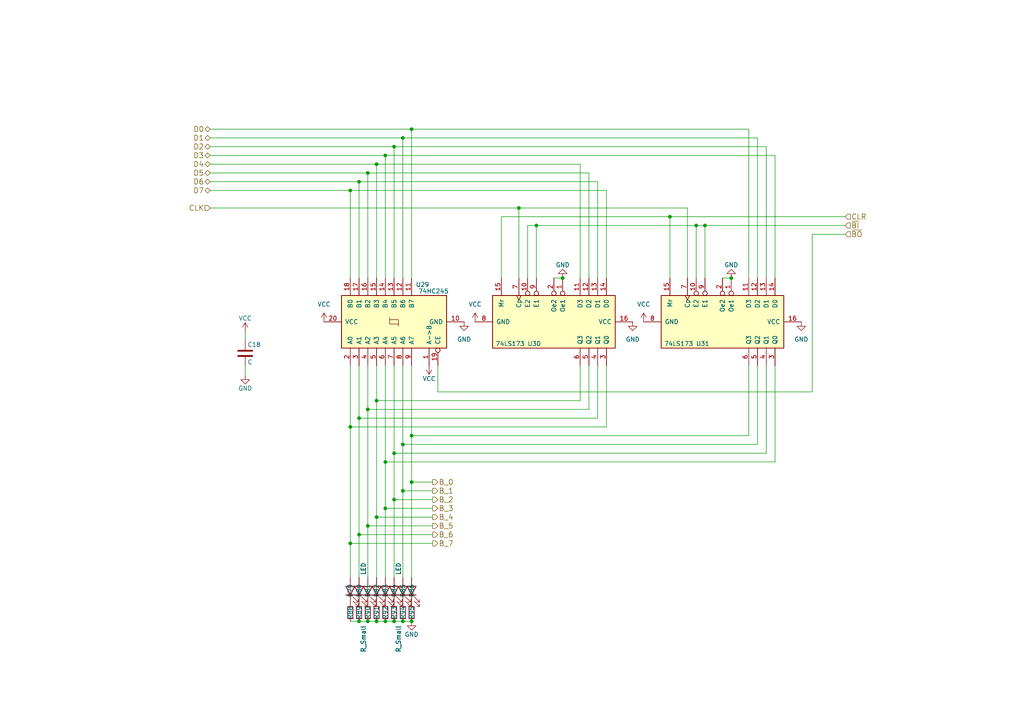
<source format=kicad_sch>
(kicad_sch (version 20230121) (generator eeschema)
  (paper "A4")
  (lib_symbols
    (symbol "74xx:74HC245" (pin_names (offset 1.016))
      (property "Reference" "U" (at -7.62 16.51 0))
      (property "Value" "74HC245" (at -7.62 -16.51 0))
      (symbol "74HC245_1_0"
        (polyline (pts (xy -0.635 -1.27) (xy -0.635 1.27) (xy 0.635 1.27)))
        (polyline (pts (xy -1.27 -1.27) (xy 0.635 -1.27) (xy 0.635 1.27) (xy 1.27 1.27)))
        (pin input line (at -12.7 -10.16 0) (length 5.08) (name "A->B") (number "1"))
        (pin power_in line (at 0 -20.32 90) (length 5.08) (name "GND") (number "10"))
        (pin tri_state line (at 12.7 -5.08 180) (length 5.08) (name "B7") (number "11"))
        (pin tri_state line (at 12.7 -2.54 180) (length 5.08) (name "B6") (number "12"))
        (pin tri_state line (at 12.7 0 180) (length 5.08) (name "B5") (number "13"))
        (pin tri_state line (at 12.7 2.54 180) (length 5.08) (name "B4") (number "14"))
        (pin tri_state line (at 12.7 5.08 180) (length 5.08) (name "B3") (number "15"))
        (pin tri_state line (at 12.7 7.62 180) (length 5.08) (name "B2") (number "16"))
        (pin tri_state line (at 12.7 10.16 180) (length 5.08) (name "B1") (number "17"))
        (pin tri_state line (at 12.7 12.7 180) (length 5.08) (name "B0") (number "18"))
        (pin input inverted (at -12.7 -12.7 0) (length 5.08) (name "CE") (number "19"))
        (pin tri_state line (at -12.7 12.7 0) (length 5.08) (name "A0") (number "2"))
        (pin power_in line (at 0 20.32 270) (length 5.08) (name "VCC") (number "20"))
        (pin tri_state line (at -12.7 10.16 0) (length 5.08) (name "A1") (number "3"))
        (pin tri_state line (at -12.7 7.62 0) (length 5.08) (name "A2") (number "4"))
        (pin tri_state line (at -12.7 5.08 0) (length 5.08) (name "A3") (number "5"))
        (pin tri_state line (at -12.7 2.54 0) (length 5.08) (name "A4") (number "6"))
        (pin tri_state line (at -12.7 0 0) (length 5.08) (name "A5") (number "7"))
        (pin tri_state line (at -12.7 -2.54 0) (length 5.08) (name "A6") (number "8"))
        (pin tri_state line (at -12.7 -5.08 0) (length 5.08) (name "A7") (number "9"))
      )
      (symbol "74HC245_1_1"
        (rectangle (start -7.62 15.24) (end 7.62 -15.24) (stroke (width 0.254)) (fill (type background)))
      )
    )
    (symbol "74xx:74LS173" (pin_names (offset 1.016))
      (property "Reference" "U" (at -7.62 19.05 0))
      (property "Value" "74LS173" (at -7.62 -19.05 0))
      (symbol "74LS173_1_0"
        (pin input inverted (at -12.7 2.54 0) (length 5.08) (name "Oe1") (number "1"))
        (pin input inverted (at -12.7 -7.62 0) (length 5.08) (name "E2") (number "10"))
        (pin input line (at -12.7 7.62 0) (length 5.08) (name "D3") (number "11"))
        (pin input line (at -12.7 10.16 0) (length 5.08) (name "D2") (number "12"))
        (pin input line (at -12.7 12.7 0) (length 5.08) (name "D1") (number "13"))
        (pin input line (at -12.7 15.24 0) (length 5.08) (name "D0") (number "14"))
        (pin input line (at -12.7 -15.24 0) (length 5.08) (name "Mr") (number "15"))
        (pin power_in line (at 0 22.86 270) (length 5.08) (name "VCC") (number "16"))
        (pin input inverted (at -12.7 0 0) (length 5.08) (name "Oe2") (number "2"))
        (pin tri_state line (at 12.7 15.24 180) (length 5.08) (name "Q0") (number "3"))
        (pin tri_state line (at 12.7 12.7 180) (length 5.08) (name "Q1") (number "4"))
        (pin tri_state line (at 12.7 10.16 180) (length 5.08) (name "Q2") (number "5"))
        (pin tri_state line (at 12.7 7.62 180) (length 5.08) (name "Q3") (number "6"))
        (pin input clock (at -12.7 -10.16 0) (length 5.08) (name "Cp") (number "7"))
        (pin power_in line (at 0 -22.86 90) (length 5.08) (name "GND") (number "8"))
        (pin input inverted (at -12.7 -5.08 0) (length 5.08) (name "E1") (number "9"))
      )
      (symbol "74LS173_1_1"
        (rectangle (start -7.62 17.78) (end 7.62 -17.78) (stroke (width 0.254)) (fill (type background)))
      )
    )
    (symbol "Device:C" (pin_numbers hide) (pin_names (offset 0.254))
      (property "Reference" "C" (at 0.635 2.54 0))
      (property "Value" "C" (at 0.635 -2.54 0))
      (symbol "C_0_1"
        (polyline (pts (xy -2.032 -0.762) (xy 2.032 -0.762)) (stroke (width 0.508)))
        (polyline (pts (xy -2.032 0.762) (xy 2.032 0.762)) (stroke (width 0.508)))
      )
      (symbol "C_1_1"
        (pin passive line (at 0 3.81 270) (length 2.794) (name "~") (number "1"))
        (pin passive line (at 0 -3.81 90) (length 2.794) (name "~") (number "2"))
      )
    )
    (symbol "Device:LED" (pin_numbers hide) (pin_names (offset 1.016) hide)
      (property "Reference" "D" (at 0 2.54 0))
      (property "Value" "LED" (at 0 -2.54 0))
      (symbol "LED_0_1"
        (polyline (pts (xy -1.27 -1.27) (xy -1.27 1.27)) (stroke (width 0.254)))
        (polyline (pts (xy -1.27 0) (xy 1.27 0)))
        (polyline (pts (xy 1.27 -1.27) (xy 1.27 1.27) (xy -1.27 0) (xy 1.27 -1.27)) (stroke (width 0.254)))
        (polyline (pts (xy -3.048 -0.762) (xy -4.572 -2.286) (xy -3.81 -2.286) (xy -4.572 -2.286) (xy -4.572 -1.524)))
        (polyline (pts (xy -1.778 -0.762) (xy -3.302 -2.286) (xy -2.54 -2.286) (xy -3.302 -2.286) (xy -3.302 -1.524)))
      )
      (symbol "LED_1_1"
        (pin passive line (at -3.81 0 0) (length 2.54) (name "K") (number "1"))
        (pin passive line (at 3.81 0 180) (length 2.54) (name "A") (number "2"))
      )
    )
    (symbol "Device:R_Small" (pin_numbers hide) (pin_names (offset 0.254) hide)
      (property "Reference" "R" (at 0.762 0.508 0))
      (property "Value" "R_Small" (at 0.762 -1.016 0))
      (symbol "R_Small_0_1"
        (rectangle (start -0.762 1.778) (end 0.762 -1.778) (stroke (width 0.2032)))
      )
      (symbol "R_Small_1_1"
        (pin passive line (at 0 2.54 270) (length 0.762) (name "~") (number "1"))
        (pin passive line (at 0 -2.54 90) (length 0.762) (name "~") (number "2"))
      )
    )
    (symbol "power:GND" (power) (pin_names (offset 0))
      (property "Value" "GND" (at 0 -3.81 0))
      (symbol "GND_0_1"
        (polyline (pts (xy 0 0) (xy 0 -1.27) (xy 1.27 -1.27) (xy 0 -2.54) (xy -1.27 -1.27) (xy 0 -1.27)))
      )
      (symbol "GND_1_1"
        (pin power_in line (at 0 0 270) (length 0) hide (name "GND") (number "1"))
      )
    )
    (symbol "power:VCC" (power) (pin_names (offset 0))
      (property "Value" "VCC" (at 0 3.81 0))
      (symbol "VCC_0_1"
        (polyline (pts (xy -0.762 1.27) (xy 0 2.54)))
        (polyline (pts (xy 0 0) (xy 0 2.54)))
        (polyline (pts (xy 0 2.54) (xy 0.762 1.27)))
      )
      (symbol "VCC_1_1"
        (pin power_in line (at 0 0 90) (length 0) hide (name "VCC") (number "1"))
      )
    )
  )
  (junction (at 109.22 149.987))
  (junction (at 114.3 144.907))
  (junction (at 212.09 80.645))
  (junction (at 119.38 37.465))
  (junction (at 101.6 123.825))
  (junction (at 201.93 65.405))
  (junction (at 116.84 128.905))
  (junction (at 116.84 40.005))
  (junction (at 104.14 155.067))
  (junction (at 104.14 180.213))
  (junction (at 106.68 118.745))
  (junction (at 119.38 139.827))
  (junction (at 116.84 142.367))
  (junction (at 106.68 180.213))
  (junction (at 111.76 45.085))
  (junction (at 101.6 55.245))
  (junction (at 106.68 152.527))
  (junction (at 163.195 80.645))
  (junction (at 104.14 121.285))
  (junction (at 111.76 180.213))
  (junction (at 150.495 60.325))
  (junction (at 101.6 157.607))
  (junction (at 106.68 50.165))
  (junction (at 111.76 147.447))
  (junction (at 119.38 126.365))
  (junction (at 111.76 133.985))
  (junction (at 109.22 116.205))
  (junction (at 119.38 180.213))
  (junction (at 194.31 62.865))
  (junction (at 116.84 180.213))
  (junction (at 104.14 52.705))
  (junction (at 109.22 180.213))
  (junction (at 204.47 65.405))
  (junction (at 114.3 180.213))
  (junction (at 114.3 42.545))
  (junction (at 114.3 131.445))
  (junction (at 155.575 65.405))
  (junction (at 109.22 47.625))
  (wire (pts (xy 222.25 42.545) (xy 222.25 80.645)))
  (wire (pts (xy 235.585 67.945) (xy 235.585 113.665)))
  (wire (pts (xy 173.355 121.285) (xy 173.355 106.045)))
  (wire (pts (xy 101.6 157.607) (xy 101.6 167.513)))
  (wire (pts (xy 111.76 180.213) (xy 109.22 180.213)))
  (wire (pts (xy 109.22 116.205) (xy 109.22 149.987)))
  (wire (pts (xy 109.22 180.213) (xy 106.68 180.213)))
  (wire (pts (xy 155.575 65.405) (xy 201.93 65.405)))
  (wire (pts (xy 60.96 52.705) (xy 104.14 52.705)))
  (wire (pts (xy 125.476 152.527) (xy 106.68 152.527)))
  (wire (pts (xy 168.275 116.205) (xy 168.275 106.045)))
  (wire (pts (xy 109.22 106.045) (xy 109.22 116.205)))
  (wire (pts (xy 217.17 126.365) (xy 217.17 106.045)))
  (wire (pts (xy 114.3 131.445) (xy 114.3 144.907)))
  (wire (pts (xy 114.3 42.545) (xy 222.25 42.545)))
  (wire (pts (xy 168.275 47.625) (xy 168.275 80.645)))
  (wire (pts (xy 116.84 128.905) (xy 219.71 128.905)))
  (wire (pts (xy 106.68 50.165) (xy 106.68 80.645)))
  (wire (pts (xy 104.14 52.705) (xy 104.14 80.645)))
  (wire (pts (xy 145.415 62.865) (xy 194.31 62.865)))
  (wire (pts (xy 109.22 149.987) (xy 109.22 167.513)))
  (wire (pts (xy 125.476 155.067) (xy 104.14 155.067)))
  (wire (pts (xy 109.22 47.625) (xy 168.275 47.625)))
  (wire (pts (xy 114.3 106.045) (xy 114.3 131.445)))
  (wire (pts (xy 204.47 65.405) (xy 204.47 80.645)))
  (wire (pts (xy 111.76 45.085) (xy 111.76 80.645)))
  (wire (pts (xy 175.895 123.825) (xy 175.895 106.045)))
  (wire (pts (xy 194.31 62.865) (xy 194.31 80.645)))
  (wire (pts (xy 101.6 55.245) (xy 101.6 80.645)))
  (wire (pts (xy 224.79 133.985) (xy 224.79 106.045)))
  (wire (pts (xy 201.93 65.405) (xy 204.47 65.405)))
  (wire (pts (xy 119.38 106.045) (xy 119.38 126.365)))
  (wire (pts (xy 155.575 65.405) (xy 155.575 80.645)))
  (wire (pts (xy 106.68 106.045) (xy 106.68 118.745)))
  (wire (pts (xy 114.3 144.907) (xy 125.476 144.907)))
  (wire (pts (xy 109.22 116.205) (xy 168.275 116.205)))
  (wire (pts (xy 153.035 65.405) (xy 155.575 65.405)))
  (wire (pts (xy 116.84 180.213) (xy 114.3 180.213)))
  (wire (pts (xy 60.96 37.465) (xy 119.38 37.465)))
  (wire (pts (xy 199.39 60.325) (xy 199.39 80.645)))
  (wire (pts (xy 111.76 147.447) (xy 111.76 167.513)))
  (wire (pts (xy 101.6 123.825) (xy 101.6 157.607)))
  (wire (pts (xy 106.68 118.745) (xy 170.815 118.745)))
  (wire (pts (xy 71.12 108.839) (xy 71.12 106.299)))
  (wire (pts (xy 119.38 180.213) (xy 116.84 180.213)))
  (wire (pts (xy 224.79 45.085) (xy 224.79 80.645)))
  (wire (pts (xy 114.3 180.213) (xy 111.76 180.213)))
  (wire (pts (xy 119.38 139.827) (xy 119.38 167.513)))
  (wire (pts (xy 60.96 40.005) (xy 116.84 40.005)))
  (wire (pts (xy 204.47 65.405) (xy 245.11 65.405)))
  (wire (pts (xy 104.14 155.067) (xy 104.14 167.513)))
  (wire (pts (xy 106.68 180.213) (xy 104.14 180.213)))
  (wire (pts (xy 116.84 142.367) (xy 116.84 167.513)))
  (wire (pts (xy 170.815 50.165) (xy 170.815 80.645)))
  (wire (pts (xy 201.93 65.405) (xy 201.93 80.645)))
  (wire (pts (xy 101.6 106.045) (xy 101.6 123.825)))
  (wire (pts (xy 119.38 37.465) (xy 119.38 80.645)))
  (wire (pts (xy 111.76 45.085) (xy 224.79 45.085)))
  (wire (pts (xy 106.68 50.165) (xy 170.815 50.165)))
  (wire (pts (xy 219.71 40.005) (xy 219.71 80.645)))
  (wire (pts (xy 175.895 55.245) (xy 175.895 80.645)))
  (wire (pts (xy 222.25 131.445) (xy 222.25 106.045)))
  (wire (pts (xy 127 106.045) (xy 127 113.665)))
  (wire (pts (xy 71.12 98.679) (xy 71.12 96.139)))
  (wire (pts (xy 114.3 42.545) (xy 114.3 80.645)))
  (wire (pts (xy 125.476 142.367) (xy 116.84 142.367)))
  (wire (pts (xy 116.84 128.905) (xy 116.84 142.367)))
  (wire (pts (xy 127 113.665) (xy 235.585 113.665)))
  (wire (pts (xy 160.655 80.645) (xy 163.195 80.645)))
  (wire (pts (xy 104.14 121.285) (xy 173.355 121.285)))
  (wire (pts (xy 116.84 106.045) (xy 116.84 128.905)))
  (wire (pts (xy 145.415 80.645) (xy 145.415 62.865)))
  (wire (pts (xy 60.96 42.545) (xy 114.3 42.545)))
  (wire (pts (xy 60.96 55.245) (xy 101.6 55.245)))
  (wire (pts (xy 111.76 133.985) (xy 111.76 147.447)))
  (wire (pts (xy 116.84 40.005) (xy 219.71 40.005)))
  (wire (pts (xy 150.495 60.325) (xy 199.39 60.325)))
  (wire (pts (xy 116.84 40.005) (xy 116.84 80.645)))
  (wire (pts (xy 60.96 60.325) (xy 150.495 60.325)))
  (wire (pts (xy 101.6 157.607) (xy 125.476 157.607)))
  (wire (pts (xy 60.96 47.625) (xy 109.22 47.625)))
  (wire (pts (xy 114.3 144.907) (xy 114.3 167.513)))
  (wire (pts (xy 106.68 118.745) (xy 106.68 152.527)))
  (wire (pts (xy 245.11 67.945) (xy 235.585 67.945)))
  (wire (pts (xy 60.96 50.165) (xy 106.68 50.165)))
  (wire (pts (xy 60.96 45.085) (xy 111.76 45.085)))
  (wire (pts (xy 104.14 121.285) (xy 104.14 155.067)))
  (wire (pts (xy 209.55 80.645) (xy 212.09 80.645)))
  (wire (pts (xy 119.38 126.365) (xy 119.38 139.827)))
  (wire (pts (xy 106.68 152.527) (xy 106.68 167.513)))
  (wire (pts (xy 170.815 118.745) (xy 170.815 106.045)))
  (wire (pts (xy 111.76 106.045) (xy 111.76 133.985)))
  (wire (pts (xy 101.6 55.245) (xy 175.895 55.245)))
  (wire (pts (xy 219.71 128.905) (xy 219.71 106.045)))
  (wire (pts (xy 104.14 180.213) (xy 101.6 180.213)))
  (wire (pts (xy 111.76 133.985) (xy 224.79 133.985)))
  (wire (pts (xy 119.38 139.827) (xy 125.476 139.827)))
  (wire (pts (xy 217.17 37.465) (xy 217.17 80.645)))
  (wire (pts (xy 109.22 47.625) (xy 109.22 80.645)))
  (wire (pts (xy 125.476 149.987) (xy 109.22 149.987)))
  (wire (pts (xy 125.476 147.447) (xy 111.76 147.447)))
  (wire (pts (xy 104.14 106.045) (xy 104.14 121.285)))
  (wire (pts (xy 119.38 126.365) (xy 217.17 126.365)))
  (wire (pts (xy 153.035 65.405) (xy 153.035 80.645)))
  (wire (pts (xy 194.31 62.865) (xy 245.11 62.865)))
  (wire (pts (xy 101.6 123.825) (xy 175.895 123.825)))
  (wire (pts (xy 114.3 131.445) (xy 222.25 131.445)))
  (wire (pts (xy 104.14 52.705) (xy 173.355 52.705)))
  (wire (pts (xy 119.38 37.465) (xy 217.17 37.465)))
  (wire (pts (xy 150.495 60.325) (xy 150.495 80.645)))
  (wire (pts (xy 173.355 52.705) (xy 173.355 80.645)))
  (hierarchical_label "D2" (shape tri_state) (at 60.96 42.545 180) (effects (font (size 1.524 1.524))))
  (hierarchical_label "D4" (shape tri_state) (at 60.96 47.625 180) (effects (font (size 1.524 1.524))))
  (hierarchical_label "D1" (shape tri_state) (at 60.96 40.005 180) (effects (font (size 1.524 1.524))))
  (hierarchical_label "B_5" (shape output) (at 125.476 152.527 0) (effects (font (size 1.524 1.524))))
  (hierarchical_label "~{BO}" (shape input) (at 245.11 67.945 0) (effects (font (size 1.524 1.524))))
  (hierarchical_label "B_4" (shape output) (at 125.476 149.987 0) (effects (font (size 1.524 1.524))))
  (hierarchical_label "B_1" (shape output) (at 125.476 142.367 0) (effects (font (size 1.524 1.524))))
  (hierarchical_label "D0" (shape tri_state) (at 60.96 37.465 180) (effects (font (size 1.524 1.524))))
  (hierarchical_label "B_7" (shape output) (at 125.476 157.607 0) (effects (font (size 1.524 1.524))))
  (hierarchical_label "D3" (shape tri_state) (at 60.96 45.085 180) (effects (font (size 1.524 1.524))))
  (hierarchical_label "D5" (shape tri_state) (at 60.96 50.165 180) (effects (font (size 1.524 1.524))))
  (hierarchical_label "B_6" (shape output) (at 125.476 155.067 0) (effects (font (size 1.524 1.524))))
  (hierarchical_label "~{BI}" (shape input) (at 245.11 65.405 0) (effects (font (size 1.524 1.524))))
  (hierarchical_label "CLR" (shape input) (at 245.11 62.865 0) (effects (font (size 1.524 1.524))))
  (hierarchical_label "B_3" (shape output) (at 125.476 147.447 0) (effects (font (size 1.524 1.524))))
  (hierarchical_label "D7" (shape tri_state) (at 60.96 55.245 180) (effects (font (size 1.524 1.524))))
  (hierarchical_label "B_0" (shape output) (at 125.476 139.827 0) (effects (font (size 1.524 1.524))))
  (hierarchical_label "D6" (shape tri_state) (at 60.96 52.705 180) (effects (font (size 1.524 1.524))))
  (hierarchical_label "B_2" (shape output) (at 125.476 144.907 0) (effects (font (size 1.524 1.524))))
  (hierarchical_label "CLK" (shape input) (at 60.96 60.325 180) (effects (font (size 1.524 1.524))))
  (symbol (lib_id "Device:C") (at 71.12 102.489 0) (unit 1)
    (property "Reference" "C18" (at 71.755 99.949 0) (effects (justify left)))
    (property "Value" "C" (at 71.755 105.029 0) (effects (justify left)))
    (property "Footprint" "Capacitor_THT:C_Disc_D4.3mm_W1.9mm_P5.00mm" (effects hide))
  )
  (symbol (lib_id "power:VCC") (at 71.12 96.139 0) (unit 1)
    (property "Reference" "#PWR096" (effects hide))
    (property "Value" "VCC" (at 71.12 92.329 0))
  )
  (symbol (lib_id "power:GND") (at 71.12 108.839 0) (unit 1)
    (property "Reference" "#PWR097" (effects hide))
    (property "Value" "GND" (at 71.12 112.649 0))
  )
  (symbol (lib_id "Device:LED") (at 104.14 171.323 90) (unit 1)
    (property "Reference" "D80" (at 104.14 171.323 0))
    (property "Value" "LED" (at 105.41 164.973 0))
  )
  (symbol (lib_id "74xx:74HC245") (at 114.3 93.345 90) (unit 1)
    (property "Reference" "U29" (at 122.555 82.55 90))
    (property "Value" "74HC245" (at 125.73 84.455 90))
    (property "Datasheet" "http://www.ti.com/lit/gpn/sn74HC245" (effects hide))
  )
  (symbol (lib_id "Device:LED") (at 106.68 171.323 90) (unit 1)
    (property "Reference" "D81" (at 106.68 171.323 0))
    (property "Value" "LED" (at 105.41 164.973 0))
  )
  (symbol (lib_id "power:VCC") (at 93.98 93.345 0) (unit 1)
    (property "Reference" "#PWR098" (effects hide))
    (property "Value" "VCC" (at 93.98 88.265 0))
  )
  (symbol (lib_id "power:GND") (at 134.62 93.345 0) (unit 1)
    (property "Reference" "#PWR0101" (effects hide))
    (property "Value" "GND" (at 134.62 98.425 0))
  )
  (symbol (lib_id "Device:R_Small") (at 114.3 177.673 0) (unit 1)
    (property "Reference" "R93" (at 114.3 177.673 90))
    (property "Value" "R_Small" (at 115.57 185.293 90))
  )
  (symbol (lib_id "74xx:74LS173") (at 209.55 93.345 270) (unit 1)
    (property "Reference" "U31" (at 203.835 99.695 90))
    (property "Value" "74LS173" (at 196.85 99.695 90))
    (property "Datasheet" "http://www.ti.com/lit/gpn/sn74LS173" (effects hide))
  )
  (symbol (lib_id "Device:LED") (at 109.22 171.323 90) (unit 1)
    (property "Reference" "D82" (at 109.22 171.323 0))
    (property "Value" "LED" (at 105.41 164.973 0))
  )
  (symbol (lib_id "power:GND") (at 183.515 93.345 0) (unit 1)
    (property "Reference" "#PWR0104" (effects hide))
    (property "Value" "GND" (at 183.515 98.425 0))
  )
  (symbol (lib_id "power:GND") (at 212.09 80.645 180) (unit 1)
    (property "Reference" "#PWR0106" (effects hide))
    (property "Value" "GND" (at 212.09 76.835 0))
  )
  (symbol (lib_id "Device:R_Small") (at 101.6 177.673 0) (unit 1)
    (property "Reference" "R88" (at 101.6 177.673 90))
    (property "Value" "R_Small" (at 105.41 185.293 90))
  )
  (symbol (lib_id "power:VCC") (at 124.46 106.045 180) (unit 1)
    (property "Reference" "#PWR0100" (effects hide))
    (property "Value" "VCC" (at 124.46 109.855 0))
  )
  (symbol (lib_id "power:GND") (at 119.38 180.213 0) (unit 1)
    (property "Reference" "#PWR099" (effects hide))
    (property "Value" "GND" (at 119.38 184.023 0))
  )
  (symbol (lib_id "Device:LED") (at 101.6 171.323 90) (unit 1)
    (property "Reference" "D79" (at 101.6 171.323 0))
    (property "Value" "LED" (at 105.41 164.973 0))
  )
  (symbol (lib_id "power:VCC") (at 186.69 93.345 0) (unit 1)
    (property "Reference" "#PWR0105" (effects hide))
    (property "Value" "VCC" (at 186.69 88.265 0))
  )
  (symbol (lib_id "Device:R_Small") (at 111.76 177.673 0) (unit 1)
    (property "Reference" "R92" (at 111.76 177.673 90))
    (property "Value" "R_Small" (at 115.57 185.293 90))
  )
  (symbol (lib_id "Device:R_Small") (at 116.84 177.673 0) (unit 1)
    (property "Reference" "R94" (at 116.84 177.673 90))
    (property "Value" "R_Small" (at 115.57 185.293 90))
  )
  (symbol (lib_id "Device:LED") (at 116.84 171.323 90) (unit 1)
    (property "Reference" "D85" (at 116.84 171.323 0))
    (property "Value" "LED" (at 115.57 164.973 0))
  )
  (symbol (lib_id "power:GND") (at 232.41 93.345 0) (unit 1)
    (property "Reference" "#PWR0107" (effects hide))
    (property "Value" "GND" (at 232.41 98.425 0))
  )
  (symbol (lib_id "Device:LED") (at 114.3 171.323 90) (unit 1)
    (property "Reference" "D84" (at 114.3 171.323 0))
    (property "Value" "LED" (at 115.57 164.973 0))
  )
  (symbol (lib_id "power:VCC") (at 137.795 93.345 0) (unit 1)
    (property "Reference" "#PWR0102" (effects hide))
    (property "Value" "VCC" (at 137.795 88.265 0))
  )
  (symbol (lib_id "74xx:74LS173") (at 160.655 93.345 270) (unit 1)
    (property "Reference" "U30" (at 154.94 99.695 90))
    (property "Value" "74LS173" (at 147.955 99.695 90))
    (property "Datasheet" "http://www.ti.com/lit/gpn/sn74LS173" (effects hide))
  )
  (symbol (lib_id "Device:R_Small") (at 119.38 177.673 0) (unit 1)
    (property "Reference" "R95" (at 119.38 177.673 90))
    (property "Value" "R_Small" (at 115.57 185.293 90))
  )
  (symbol (lib_id "power:GND") (at 163.195 80.645 180) (unit 1)
    (property "Reference" "#PWR0103" (effects hide))
    (property "Value" "GND" (at 163.195 76.835 0))
  )
  (symbol (lib_id "Device:LED") (at 111.76 171.323 90) (unit 1)
    (property "Reference" "D83" (at 111.76 171.323 0))
    (property "Value" "LED" (at 115.57 164.973 0))
  )
  (symbol (lib_id "Device:R_Small") (at 109.22 177.673 0) (unit 1)
    (property "Reference" "R91" (at 109.22 177.673 90))
    (property "Value" "R_Small" (at 105.41 185.293 90))
  )
  (symbol (lib_id "Device:LED") (at 119.38 171.323 90) (unit 1)
    (property "Reference" "D86" (at 119.38 171.323 0))
    (property "Value" "LED" (at 115.57 164.973 0))
  )
  (symbol (lib_id "Device:R_Small") (at 104.14 177.673 0) (unit 1)
    (property "Reference" "R89" (at 104.14 177.673 90))
    (property "Value" "R_Small" (at 105.41 185.293 90))
  )
  (symbol (lib_id "Device:R_Small") (at 106.68 177.673 0) (unit 1)
    (property "Reference" "R90" (at 106.68 177.673 90))
    (property "Value" "R_Small" (at 105.41 185.293 90))
  )
)
</source>
